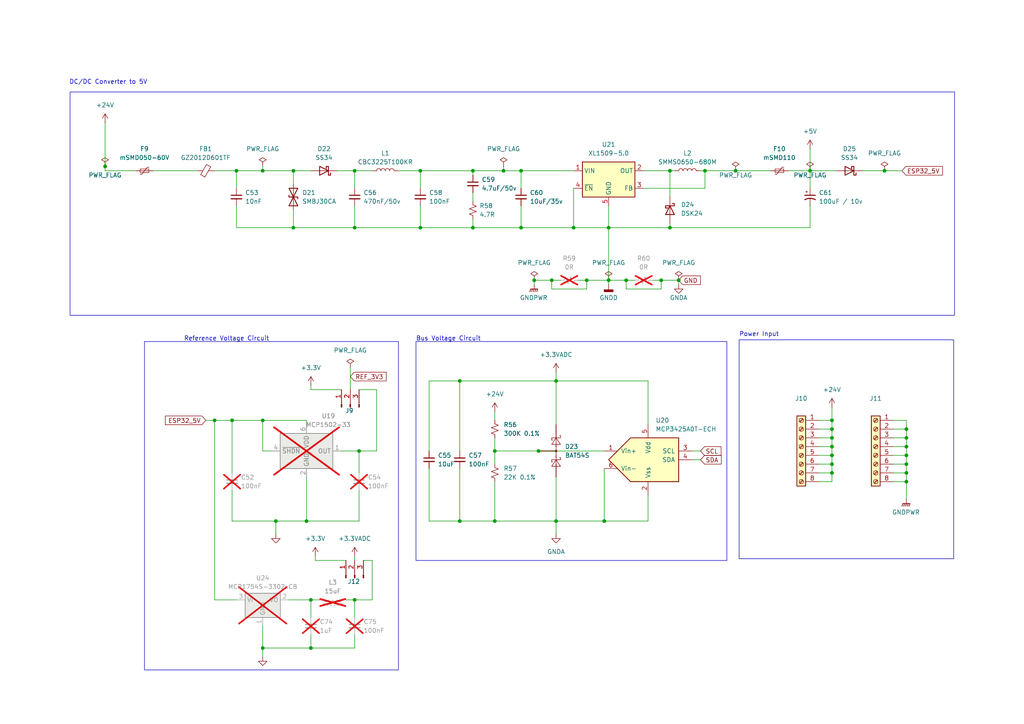
<source format=kicad_sch>
(kicad_sch (version 20231120) (generator "eeschema") (generator_version "8.0")
  (paper "A4")
  (title_block (title "FrothFET 8CH") (date "2024-08-21") (rev "D") (company "https://github.com/hoeken/frothfet"))
  (lib_symbols
    (symbol "Analog_ADC:MCP3425A0T-ECH" (pin_names (offset 1.016))
      (property "Reference" "U" (at -10.16 7.62 0))
      (property "Value" "MCP3425A0T-ECH" (at 2.54 7.62 0))
      (symbol "MCP3425A0T-ECH_0_1"
        (polyline (pts (xy -5.08 6.35) (xy 8.89 6.35) (xy 8.89 0) (xy 8.89 -6.35) (xy -5.08 -6.35) (xy -11.43 0) (xy -5.08 6.35)) (stroke (width 0.254)) (fill (type background)))
      )
      (symbol "MCP3425A0T-ECH_1_1"
        (pin passive line (at -12.7 2.54 0) (length 3.81) (name "Vin+") (number "1"))
        (pin power_in line (at 0 -10.16 90) (length 3.81) (name "Vss") (number "2"))
        (pin input line (at 12.7 2.54 180) (length 3.81) (name "SCL") (number "3"))
        (pin bidirectional line (at 12.7 0 180) (length 3.81) (name "SDA") (number "4"))
        (pin power_in line (at 0 10.16 270) (length 3.81) (name "Vdd") (number "5"))
        (pin passive line (at -12.7 -2.54 0) (length 3.81) (name "Vin-") (number "6"))
      )
    )
    (symbol "Connector:Conn_01x03_Pin" (pin_names (offset 1.016) hide)
      (property "Reference" "J" (at 0 5.08 0))
      (property "Value" "Conn_01x03_Pin" (at 0 -5.08 0))
      (symbol "Conn_01x03_Pin_1_1"
        (polyline (pts (xy 1.27 -2.54) (xy 0.8636 -2.54)) (stroke (width 0.1524)))
        (polyline (pts (xy 1.27 0) (xy 0.8636 0)) (stroke (width 0.1524)))
        (polyline (pts (xy 1.27 2.54) (xy 0.8636 2.54)) (stroke (width 0.1524)))
        (rectangle (start 0.8636 -2.413) (end 0 -2.667) (stroke (width 0.1524)) (fill (type outline)))
        (rectangle (start 0.8636 0.127) (end 0 -0.127) (stroke (width 0.1524)) (fill (type outline)))
        (rectangle (start 0.8636 2.667) (end 0 2.413) (stroke (width 0.1524)) (fill (type outline)))
        (pin passive line (at 5.08 2.54 180) (length 3.81) (name "Pin_1") (number "1"))
        (pin passive line (at 5.08 0 180) (length 3.81) (name "Pin_2") (number "2"))
        (pin passive line (at 5.08 -2.54 180) (length 3.81) (name "Pin_3") (number "3"))
      )
    )
    (symbol "Connector:Screw_Terminal_01x08" (pin_names (offset 1.016) hide)
      (property "Reference" "J" (at 0 10.16 0))
      (property "Value" "Screw_Terminal_01x08" (at 0 -12.7 0))
      (symbol "Screw_Terminal_01x08_1_1"
        (rectangle (start -1.27 8.89) (end 1.27 -11.43) (stroke (width 0.254)) (fill (type background)))
        (circle (center 0 -10.16) (radius 0.635) (stroke (width 0.1524)))
        (circle (center 0 -7.62) (radius 0.635) (stroke (width 0.1524)))
        (circle (center 0 -5.08) (radius 0.635) (stroke (width 0.1524)))
        (circle (center 0 -2.54) (radius 0.635) (stroke (width 0.1524)))
        (polyline (pts (xy -0.5334 -9.8298) (xy 0.3302 -10.668)) (stroke (width 0.1524)))
        (polyline (pts (xy -0.5334 -7.2898) (xy 0.3302 -8.128)) (stroke (width 0.1524)))
        (polyline (pts (xy -0.5334 -4.7498) (xy 0.3302 -5.588)) (stroke (width 0.1524)))
        (polyline (pts (xy -0.5334 -2.2098) (xy 0.3302 -3.048)) (stroke (width 0.1524)))
        (polyline (pts (xy -0.5334 0.3302) (xy 0.3302 -0.508)) (stroke (width 0.1524)))
        (polyline (pts (xy -0.5334 2.8702) (xy 0.3302 2.032)) (stroke (width 0.1524)))
        (polyline (pts (xy -0.5334 5.4102) (xy 0.3302 4.572)) (stroke (width 0.1524)))
        (polyline (pts (xy -0.5334 7.9502) (xy 0.3302 7.112)) (stroke (width 0.1524)))
        (polyline (pts (xy -0.3556 -9.652) (xy 0.508 -10.4902)) (stroke (width 0.1524)))
        (polyline (pts (xy -0.3556 -7.112) (xy 0.508 -7.9502)) (stroke (width 0.1524)))
        (polyline (pts (xy -0.3556 -4.572) (xy 0.508 -5.4102)) (stroke (width 0.1524)))
        (polyline (pts (xy -0.3556 -2.032) (xy 0.508 -2.8702)) (stroke (width 0.1524)))
        (polyline (pts (xy -0.3556 0.508) (xy 0.508 -0.3302)) (stroke (width 0.1524)))
        (polyline (pts (xy -0.3556 3.048) (xy 0.508 2.2098)) (stroke (width 0.1524)))
        (polyline (pts (xy -0.3556 5.588) (xy 0.508 4.7498)) (stroke (width 0.1524)))
        (polyline (pts (xy -0.3556 8.128) (xy 0.508 7.2898)) (stroke (width 0.1524)))
        (circle (center 0 0) (radius 0.635) (stroke (width 0.1524)))
        (circle (center 0 2.54) (radius 0.635) (stroke (width 0.1524)))
        (circle (center 0 5.08) (radius 0.635) (stroke (width 0.1524)))
        (circle (center 0 7.62) (radius 0.635) (stroke (width 0.1524)))
        (pin passive line (at -5.08 7.62 0) (length 3.81) (name "Pin_1") (number "1"))
        (pin passive line (at -5.08 5.08 0) (length 3.81) (name "Pin_2") (number "2"))
        (pin passive line (at -5.08 2.54 0) (length 3.81) (name "Pin_3") (number "3"))
        (pin passive line (at -5.08 0 0) (length 3.81) (name "Pin_4") (number "4"))
        (pin passive line (at -5.08 -2.54 0) (length 3.81) (name "Pin_5") (number "5"))
        (pin passive line (at -5.08 -5.08 0) (length 3.81) (name "Pin_6") (number "6"))
        (pin passive line (at -5.08 -7.62 0) (length 3.81) (name "Pin_7") (number "7"))
        (pin passive line (at -5.08 -10.16 0) (length 3.81) (name "Pin_8") (number "8"))
      )
    )
    (symbol "Device:C_Polarized_Small_US" (pin_numbers hide) (pin_names (offset 0.254) hide)
      (property "Reference" "C" (at 0.254 1.778 0))
      (property "Value" "C_Polarized_Small_US" (at 0.254 -2.032 0))
      (symbol "C_Polarized_Small_US_0_1"
        (polyline (pts (xy -1.524 0.508) (xy 1.524 0.508)) (stroke (width 0.3048)))
        (polyline (pts (xy -1.27 1.524) (xy -0.762 1.524)))
        (polyline (pts (xy -1.016 1.27) (xy -1.016 1.778)))
        (arc (start 1.524 -0.762) (mid 0 -0.3734) (end -1.524 -0.762) (stroke (width 0.3048)))
      )
      (symbol "C_Polarized_Small_US_1_1"
        (pin passive line (at 0 2.54 270) (length 2.032) (name "~") (number "1"))
        (pin passive line (at 0 -2.54 90) (length 2.032) (name "~") (number "2"))
      )
    )
    (symbol "Device:C_Small" (pin_numbers hide) (pin_names (offset 0.254) hide)
      (property "Reference" "C" (at 0.254 1.778 0))
      (property "Value" "C_Small" (at 0.254 -2.032 0))
      (symbol "C_Small_0_1"
        (polyline (pts (xy -1.524 -0.508) (xy 1.524 -0.508)) (stroke (width 0.3302)))
        (polyline (pts (xy -1.524 0.508) (xy 1.524 0.508)) (stroke (width 0.3048)))
      )
      (symbol "C_Small_1_1"
        (pin passive line (at 0 2.54 270) (length 2.032) (name "~") (number "1"))
        (pin passive line (at 0 -2.54 90) (length 2.032) (name "~") (number "2"))
      )
    )
    (symbol "Device:D_Schottky" (pin_numbers hide) (pin_names (offset 1.016) hide)
      (property "Reference" "D" (at 0 2.54 0))
      (property "Value" "D_Schottky" (at 0 -2.54 0))
      (symbol "D_Schottky_0_1"
        (polyline (pts (xy 1.27 0) (xy -1.27 0)))
        (polyline (pts (xy 1.27 1.27) (xy 1.27 -1.27) (xy -1.27 0) (xy 1.27 1.27)) (stroke (width 0.254)))
        (polyline (pts (xy -1.905 0.635) (xy -1.905 1.27) (xy -1.27 1.27) (xy -1.27 -1.27) (xy -0.635 -1.27) (xy -0.635 -0.635)) (stroke (width 0.254)))
      )
      (symbol "D_Schottky_1_1"
        (pin passive line (at -3.81 0 0) (length 2.54) (name "K") (number "1"))
        (pin passive line (at 3.81 0 180) (length 2.54) (name "A") (number "2"))
      )
    )
    (symbol "Device:D_TVS" (pin_numbers hide) (pin_names (offset 1.016) hide)
      (property "Reference" "D" (at 0 2.54 0))
      (property "Value" "D_TVS" (at 0 -2.54 0))
      (symbol "D_TVS_0_1"
        (polyline (pts (xy 1.27 0) (xy -1.27 0)))
        (polyline (pts (xy 0.508 1.27) (xy 0 1.27) (xy 0 -1.27) (xy -0.508 -1.27)) (stroke (width 0.254)))
        (polyline (pts (xy -2.54 1.27) (xy -2.54 -1.27) (xy 2.54 1.27) (xy 2.54 -1.27) (xy -2.54 1.27)) (stroke (width 0.254)))
      )
      (symbol "D_TVS_1_1"
        (pin passive line (at -3.81 0 0) (length 2.54) (name "A1") (number "1"))
        (pin passive line (at 3.81 0 180) (length 2.54) (name "A2") (number "2"))
      )
    )
    (symbol "Device:FerriteBead_Small" (pin_numbers hide) (pin_names (offset 0))
      (property "Reference" "FB" (at 1.905 1.27 0))
      (property "Value" "FerriteBead_Small" (at 1.905 -1.27 0))
      (symbol "FerriteBead_Small_0_1"
        (polyline (pts (xy 0 -1.27) (xy 0 -0.7874)))
        (polyline (pts (xy 0 0.889) (xy 0 1.2954)))
        (polyline (pts (xy -1.8288 0.2794) (xy -1.1176 1.4986) (xy 1.8288 -0.2032) (xy 1.1176 -1.4224) (xy -1.8288 0.2794)))
      )
      (symbol "FerriteBead_Small_1_1"
        (pin passive line (at 0 2.54 270) (length 1.27) (name "~") (number "1"))
        (pin passive line (at 0 -2.54 90) (length 1.27) (name "~") (number "2"))
      )
    )
    (symbol "Device:L" (pin_numbers hide) (pin_names (offset 1.016) hide)
      (property "Reference" "L" (at -1.27 0 90))
      (property "Value" "L" (at 1.905 0 90))
      (symbol "L_0_1"
        (arc (start 0 -2.54) (mid 0.6323 -1.905) (end 0 -1.27))
        (arc (start 0 -1.27) (mid 0.6323 -0.635) (end 0 0))
        (arc (start 0 0) (mid 0.6323 0.635) (end 0 1.27))
        (arc (start 0 1.27) (mid 0.6323 1.905) (end 0 2.54))
      )
      (symbol "L_1_1"
        (pin passive line (at 0 3.81 270) (length 1.27) (name "1") (number "1"))
        (pin passive line (at 0 -3.81 90) (length 1.27) (name "2") (number "2"))
      )
    )
    (symbol "Device:L_Ferrite" (pin_numbers hide) (pin_names (offset 1.016) hide)
      (property "Reference" "L" (at -1.27 0 90))
      (property "Value" "L_Ferrite" (at 2.794 0 90))
      (symbol "L_Ferrite_0_1"
        (arc (start 0 -2.54) (mid 0.6323 -1.905) (end 0 -1.27))
        (arc (start 0 -1.27) (mid 0.6323 -0.635) (end 0 0))
        (polyline (pts (xy 1.016 -2.794) (xy 1.016 -2.286)))
        (polyline (pts (xy 1.016 -1.778) (xy 1.016 -1.27)))
        (polyline (pts (xy 1.016 -0.762) (xy 1.016 -0.254)))
        (polyline (pts (xy 1.016 0.254) (xy 1.016 0.762)))
        (polyline (pts (xy 1.016 1.27) (xy 1.016 1.778)))
        (polyline (pts (xy 1.016 2.286) (xy 1.016 2.794)))
        (polyline (pts (xy 1.524 -2.286) (xy 1.524 -2.794)))
        (polyline (pts (xy 1.524 -1.27) (xy 1.524 -1.778)))
        (polyline (pts (xy 1.524 -0.254) (xy 1.524 -0.762)))
        (polyline (pts (xy 1.524 0.762) (xy 1.524 0.254)))
        (polyline (pts (xy 1.524 1.778) (xy 1.524 1.27)))
        (polyline (pts (xy 1.524 2.794) (xy 1.524 2.286)))
        (arc (start 0 0) (mid 0.6323 0.635) (end 0 1.27))
        (arc (start 0 1.27) (mid 0.6323 1.905) (end 0 2.54))
      )
      (symbol "L_Ferrite_1_1"
        (pin passive line (at 0 3.81 270) (length 1.27) (name "1") (number "1"))
        (pin passive line (at 0 -3.81 90) (length 1.27) (name "2") (number "2"))
      )
    )
    (symbol "Device:Polyfuse_Small" (pin_numbers hide) (pin_names (offset 0))
      (property "Reference" "F" (at -1.905 0 90))
      (property "Value" "Polyfuse_Small" (at 1.905 0 90))
      (symbol "Polyfuse_Small_0_1"
        (rectangle (start -0.508 1.27) (end 0.508 -1.27))
        (polyline (pts (xy 0 2.54) (xy 0 -2.54)))
        (polyline (pts (xy -1.016 1.27) (xy -1.016 0.762) (xy 1.016 -0.762) (xy 1.016 -1.27)))
      )
      (symbol "Polyfuse_Small_1_1"
        (pin passive line (at 0 2.54 270) (length 0.635) (name "~") (number "1"))
        (pin passive line (at 0 -2.54 90) (length 0.635) (name "~") (number "2"))
      )
    )
    (symbol "Device:R_Small_US" (pin_numbers hide) (pin_names (offset 0.254) hide)
      (property "Reference" "R" (at 0.762 0.508 0))
      (property "Value" "R_Small_US" (at 0.762 -1.016 0))
      (symbol "R_Small_US_1_1"
        (polyline (pts (xy 0 0) (xy 1.016 -0.381) (xy 0 -0.762) (xy -1.016 -1.143) (xy 0 -1.524)))
        (polyline (pts (xy 0 1.524) (xy 1.016 1.143) (xy 0 0.762) (xy -1.016 0.381) (xy 0 0)))
        (pin passive line (at 0 2.54 270) (length 1.016) (name "~") (number "1"))
        (pin passive line (at 0 -2.54 90) (length 1.016) (name "~") (number "2"))
      )
    )
    (symbol "Diode:BAT54S" (pin_numbers hide) (pin_names (offset 0) hide)
      (property "Reference" "D" (at 2.54 -5.08 0))
      (property "Value" "BAT54S" (at -6.35 3.175 0))
      (symbol "BAT54S_0_1"
        (polyline (pts (xy -3.81 0) (xy -1.27 0)))
        (polyline (pts (xy -3.175 -1.27) (xy -3.175 -1.016)))
        (polyline (pts (xy -2.54 -1.27) (xy -3.175 -1.27)))
        (polyline (pts (xy -2.54 -1.27) (xy -2.54 1.27)))
        (polyline (pts (xy -2.54 1.27) (xy -1.905 1.27)))
        (polyline (pts (xy -1.905 0) (xy 1.905 0)))
        (polyline (pts (xy -1.905 1.27) (xy -1.905 1.016)))
        (polyline (pts (xy 1.27 0) (xy 3.81 0)))
        (polyline (pts (xy 3.175 -1.27) (xy 3.175 -1.016)))
        (polyline (pts (xy 3.81 -1.27) (xy 3.175 -1.27)))
        (polyline (pts (xy 3.81 -1.27) (xy 3.81 1.27)))
        (polyline (pts (xy 3.81 1.27) (xy 4.445 1.27)))
        (polyline (pts (xy 4.445 1.27) (xy 4.445 1.016)))
        (polyline (pts (xy -4.445 1.27) (xy -4.445 -1.27) (xy -2.54 0) (xy -4.445 1.27)))
        (polyline (pts (xy 1.905 1.27) (xy 1.905 -1.27) (xy 3.81 0) (xy 1.905 1.27)))
        (circle (center 0 0) (radius 0.254) (fill (type outline)))
      )
      (symbol "BAT54S_1_1"
        (pin passive line (at -7.62 0 0) (length 3.81) (name "A") (number "1"))
        (pin passive line (at 7.62 0 180) (length 3.81) (name "K") (number "2"))
        (pin passive line (at 0 -5.08 90) (length 5.08) (name "COM") (number "3"))
      )
    )
    (symbol "Reference_Voltage:MCP1501-30xCH"
      (property "Reference" "U" (at -6.35 6.35 0))
      (property "Value" "MCP1501-30xCH" (at 10.16 6.35 0))
      (symbol "MCP1501-30xCH_0_0"
        (pin power_out line (at 10.16 0 180) (length 2.54) (name "OUT") (number "1"))
        (pin power_in line (at 0 -7.62 90) (length 2.54) (name "GND") (number "2"))
        (pin passive line (at 0 -7.62 90) (length 2.54) hide (name "GND") (number "3"))
        (pin input line (at -10.16 0 0) (length 2.54) (name "~{SHDN}") (number "4"))
        (pin passive line (at 0 -7.62 90) (length 2.54) hide (name "GND") (number "5"))
        (pin power_in line (at 0 7.62 270) (length 2.54) (name "VDD") (number "6"))
      )
      (symbol "MCP1501-30xCH_0_1"
        (rectangle (start -7.62 5.08) (end 7.62 -5.08) (stroke (width 0.254)) (fill (type background)))
      )
    )
    (symbol "Regulator_Linear:MCP1754S-3302xCB"
      (property "Reference" "U" (at -3.81 3.175 0))
      (property "Value" "MCP1754S-3302xCB" (at -0.635 3.175 0))
      (symbol "MCP1754S-3302xCB_0_1"
        (rectangle (start -5.08 -5.08) (end 5.08 1.905) (stroke (width 0.254)) (fill (type background)))
      )
      (symbol "MCP1754S-3302xCB_1_1"
        (pin power_in line (at 0 -7.62 90) (length 2.54) (name "GND") (number "1"))
        (pin power_out line (at 7.62 0 180) (length 2.54) (name "VO") (number "2"))
        (pin power_in line (at -7.62 0 0) (length 2.54) (name "VI") (number "3"))
      )
    )
    (symbol "Regulator_Switching:XL1509-5.0"
      (property "Reference" "U" (at -7.112 6.096 0))
      (property "Value" "XL1509-5.0" (at 5.842 6.096 0))
      (symbol "XL1509-5.0_0_1"
        (rectangle (start -7.62 5.08) (end 7.62 -5.08) (stroke (width 0.254)) (fill (type background)))
      )
      (symbol "XL1509-5.0_1_1"
        (pin power_in line (at -10.16 2.54 0) (length 2.54) (name "VIN") (number "1"))
        (pin power_out line (at 10.16 2.54 180) (length 2.54) (name "OUT") (number "2"))
        (pin input line (at 10.16 -2.54 180) (length 2.54) (name "FB") (number "3"))
        (pin input line (at -10.16 -2.54 0) (length 2.54) (name "~{EN}") (number "4"))
        (pin power_in line (at 0 -7.62 90) (length 2.54) (name "GND") (number "5"))
        (pin passive line (at 0 -7.62 90) (length 2.54) hide (name "GND") (number "6"))
        (pin passive line (at 0 -7.62 90) (length 2.54) hide (name "GND") (number "7"))
        (pin passive line (at 0 -7.62 90) (length 2.54) hide (name "GND") (number "8"))
      )
    )
    (symbol "power:+24V" (power) (pin_numbers hide) (pin_names (offset 0) hide)
      (property "Value" "+24V" (at 0 3.556 0))
      (symbol "+24V_0_1"
        (polyline (pts (xy -0.762 1.27) (xy 0 2.54)))
        (polyline (pts (xy 0 0) (xy 0 2.54)))
        (polyline (pts (xy 0 2.54) (xy 0.762 1.27)))
      )
      (symbol "+24V_1_1"
        (pin power_in line (at 0 0 90) (length 0) (name "~") (number "1"))
      )
    )
    (symbol "power:+3.3V" (power) (pin_numbers hide) (pin_names (offset 0) hide)
      (property "Value" "+3.3V" (at 0 3.556 0))
      (symbol "+3.3V_0_1"
        (polyline (pts (xy -0.762 1.27) (xy 0 2.54)))
        (polyline (pts (xy 0 0) (xy 0 2.54)))
        (polyline (pts (xy 0 2.54) (xy 0.762 1.27)))
      )
      (symbol "+3.3V_1_1"
        (pin power_in line (at 0 0 90) (length 0) (name "~") (number "1"))
      )
    )
    (symbol "power:+3.3VADC" (power) (pin_numbers hide) (pin_names (offset 0) hide)
      (property "Value" "+3.3VADC" (at 0 3.556 0))
      (symbol "+3.3VADC_0_0"
        (pin power_in line (at 0 0 90) (length 0) (name "~") (number "1"))
      )
      (symbol "+3.3VADC_0_1"
        (polyline (pts (xy -0.762 1.27) (xy 0 2.54)))
        (polyline (pts (xy 0 0) (xy 0 2.54)))
        (polyline (pts (xy 0 2.54) (xy 0.762 1.27)))
      )
    )
    (symbol "power:+5V" (power) (pin_numbers hide) (pin_names (offset 0) hide)
      (property "Value" "+5V" (at 0 3.556 0))
      (symbol "+5V_0_1"
        (polyline (pts (xy -0.762 1.27) (xy 0 2.54)))
        (polyline (pts (xy 0 0) (xy 0 2.54)))
        (polyline (pts (xy 0 2.54) (xy 0.762 1.27)))
      )
      (symbol "+5V_1_1"
        (pin power_in line (at 0 0 90) (length 0) (name "~") (number "1"))
      )
    )
    (symbol "power:GNDA" (power) (pin_numbers hide) (pin_names (offset 0) hide)
      (property "Value" "GNDA" (at 0 -3.81 0))
      (symbol "GNDA_0_1"
        (polyline (pts (xy 0 0) (xy 0 -1.27) (xy 1.27 -1.27) (xy 0 -2.54) (xy -1.27 -1.27) (xy 0 -1.27)))
      )
      (symbol "GNDA_1_1"
        (pin power_in line (at 0 0 270) (length 0) (name "~") (number "1"))
      )
    )
    (symbol "power:GNDD" (power) (pin_numbers hide) (pin_names (offset 0) hide)
      (property "Value" "GNDD" (at 0 -3.175 0))
      (symbol "GNDD_0_1"
        (rectangle (start -1.27 -1.524) (end 1.27 -2.032) (stroke (width 0.254)) (fill (type outline)))
        (polyline (pts (xy 0 0) (xy 0 -1.524)))
      )
      (symbol "GNDD_1_1"
        (pin power_in line (at 0 0 270) (length 0) (name "~") (number "1"))
      )
    )
    (symbol "power:GNDPWR" (power) (pin_numbers hide) (pin_names (offset 0) hide)
      (property "Value" "GNDPWR" (at 0 -3.302 0))
      (symbol "GNDPWR_0_1"
        (polyline (pts (xy 0 -1.27) (xy 0 0)))
        (polyline (pts (xy -1.016 -1.27) (xy -1.27 -2.032) (xy -1.27 -2.032)) (stroke (width 0.2032)))
        (polyline (pts (xy -0.508 -1.27) (xy -0.762 -2.032) (xy -0.762 -2.032)) (stroke (width 0.2032)))
        (polyline (pts (xy 0 -1.27) (xy -0.254 -2.032) (xy -0.254 -2.032)) (stroke (width 0.2032)))
        (polyline (pts (xy 0.508 -1.27) (xy 0.254 -2.032) (xy 0.254 -2.032)) (stroke (width 0.2032)))
        (polyline (pts (xy 1.016 -1.27) (xy -1.016 -1.27) (xy -1.016 -1.27)) (stroke (width 0.2032)))
        (polyline (pts (xy 1.016 -1.27) (xy 0.762 -2.032) (xy 0.762 -2.032) (xy 0.762 -2.032)) (stroke (width 0.2032)))
      )
      (symbol "GNDPWR_1_1"
        (pin power_in line (at 0 0 270) (length 0) (name "~") (number "1"))
      )
    )
    (symbol "power:PWR_FLAG" (power) (pin_numbers hide) (pin_names (offset 0) hide)
      (property "Value" "PWR_FLAG" (at 0 3.81 0))
      (symbol "PWR_FLAG_0_0"
        (pin power_out line (at 0 0 90) (length 0) (name "~") (number "1"))
      )
      (symbol "PWR_FLAG_0_1"
        (polyline (pts (xy 0 0) (xy 0 1.27) (xy -1.016 1.905) (xy 0 2.54) (xy 1.016 1.905) (xy 0 1.27)))
      )
    )
  )
  (junction (at 176.53 81.28))
  (junction (at 90.17 173.99))
  (junction (at 88.9 151.13))
  (junction (at 262.89 127))
  (junction (at 194.31 66.04))
  (junction (at 68.58 49.53))
  (junction (at 151.13 49.53))
  (junction (at 241.3 121.92))
  (junction (at 176.53 66.04))
  (junction (at 161.29 110.49))
  (junction (at 62.23 121.92))
  (junction (at 262.89 134.62))
  (junction (at 143.51 151.13))
  (junction (at 137.16 49.53))
  (junction (at 262.89 129.54))
  (junction (at 262.89 139.7))
  (junction (at 121.92 49.53))
  (junction (at 262.89 137.16))
  (junction (at 234.95 49.53))
  (junction (at 191.77 81.28))
  (junction (at 175.26 151.13))
  (junction (at 241.3 137.16))
  (junction (at 76.2 187.96))
  (junction (at 194.31 49.53))
  (junction (at 154.94 81.28))
  (junction (at 181.61 81.28))
  (junction (at 104.14 130.81))
  (junction (at 262.89 132.08))
  (junction (at 151.13 66.04))
  (junction (at 76.2 121.92))
  (junction (at 90.17 187.96))
  (junction (at 30.48 48.26))
  (junction (at 121.92 66.04))
  (junction (at 102.87 173.99))
  (junction (at 156.21 130.81))
  (junction (at 85.09 49.53))
  (junction (at 143.51 130.81))
  (junction (at 204.47 49.53))
  (junction (at 102.87 66.04))
  (junction (at 133.35 110.49))
  (junction (at 160.02 81.28))
  (junction (at 67.31 121.92))
  (junction (at 241.3 127))
  (junction (at 256.54 49.53))
  (junction (at 196.85 81.28))
  (junction (at 213.36 49.53))
  (junction (at 241.3 124.46))
  (junction (at 241.3 134.62))
  (junction (at 102.87 49.53))
  (junction (at 80.01 151.13))
  (junction (at 161.29 151.13))
  (junction (at 76.2 49.53))
  (junction (at 137.16 66.04))
  (junction (at 146.05 49.53))
  (junction (at 262.89 124.46))
  (junction (at 241.3 129.54))
  (junction (at 170.18 81.28))
  (junction (at 241.3 132.08))
  (junction (at 133.35 151.13))
  (junction (at 85.09 66.04))
  (junction (at 166.37 66.04))
  (wire (pts (xy 137.16 66.04) (xy 151.13 66.04)))
  (wire (pts (xy 137.16 63.5) (xy 137.16 66.04)))
  (wire (pts (xy 133.35 151.13) (xy 143.51 151.13)))
  (wire (pts (xy 241.3 121.92) (xy 241.3 124.46)))
  (wire (pts (xy 181.61 81.28) (xy 184.15 81.28)))
  (wire (pts (xy 67.31 151.13) (xy 80.01 151.13)))
  (wire (pts (xy 146.05 48.26) (xy 146.05 49.53)))
  (wire (pts (xy 143.51 151.13) (xy 161.29 151.13)))
  (wire (pts (xy 68.58 59.69) (xy 68.58 66.04)))
  (wire (pts (xy 137.16 49.53) (xy 146.05 49.53)))
  (wire (pts (xy 109.22 113.03) (xy 109.22 130.81)))
  (wire (pts (xy 170.18 81.28) (xy 170.18 83.82)))
  (wire (pts (xy 85.09 49.53) (xy 90.17 49.53)))
  (wire (pts (xy 88.9 121.92) (xy 76.2 121.92)))
  (wire (pts (xy 161.29 110.49) (xy 187.96 110.49)))
  (wire (pts (xy 262.89 139.7) (xy 262.89 144.78)))
  (wire (pts (xy 121.92 66.04) (xy 137.16 66.04)))
  (wire (pts (xy 262.89 129.54) (xy 262.89 127)))
  (wire (pts (xy 83.82 173.99) (xy 90.17 173.99)))
  (wire (pts (xy 259.08 124.46) (xy 262.89 124.46)))
  (wire (pts (xy 241.3 132.08) (xy 241.3 134.62)))
  (wire (pts (xy 76.2 181.61) (xy 76.2 187.96)))
  (wire (pts (xy 200.66 130.81) (xy 203.2 130.81)))
  (wire (pts (xy 101.6 106.68) (xy 101.6 113.03)))
  (wire (pts (xy 237.49 121.92) (xy 241.3 121.92)))
  (wire (pts (xy 137.16 49.53) (xy 137.16 50.8)))
  (wire (pts (xy 170.18 83.82) (xy 160.02 83.82)))
  (wire (pts (xy 62.23 49.53) (xy 68.58 49.53)))
  (wire (pts (xy 191.77 81.28) (xy 191.77 83.82)))
  (wire (pts (xy 124.46 135.89) (xy 124.46 151.13)))
  (wire (pts (xy 237.49 137.16) (xy 241.3 137.16)))
  (wire (pts (xy 259.08 137.16) (xy 262.89 137.16)))
  (wire (pts (xy 156.21 130.81) (xy 175.26 130.81)))
  (wire (pts (xy 90.17 173.99) (xy 92.71 173.99)))
  (wire (pts (xy 143.51 130.81) (xy 156.21 130.81)))
  (wire (pts (xy 88.9 151.13) (xy 104.14 151.13)))
  (wire (pts (xy 186.69 49.53) (xy 194.31 49.53)))
  (wire (pts (xy 90.17 113.03) (xy 90.17 111.76)))
  (wire (pts (xy 115.57 49.53) (xy 121.92 49.53)))
  (wire (pts (xy 90.17 187.96) (xy 76.2 187.96)))
  (wire (pts (xy 262.89 124.46) (xy 262.89 121.92)))
  (wire (pts (xy 102.87 49.53) (xy 107.95 49.53)))
  (wire (pts (xy 151.13 66.04) (xy 166.37 66.04)))
  (wire (pts (xy 143.51 130.81) (xy 143.51 134.62)))
  (wire (pts (xy 105.41 162.56) (xy 107.95 162.56)))
  (wire (pts (xy 67.31 121.92) (xy 67.31 137.16)))
  (wire (pts (xy 133.35 110.49) (xy 133.35 130.81)))
  (wire (pts (xy 124.46 110.49) (xy 124.46 130.81)))
  (wire (pts (xy 121.92 49.53) (xy 121.92 54.61)))
  (wire (pts (xy 175.26 151.13) (xy 187.96 151.13)))
  (wire (pts (xy 102.87 161.29) (xy 102.87 162.56)))
  (wire (pts (xy 262.89 134.62) (xy 262.89 132.08)))
  (wire (pts (xy 76.2 187.96) (xy 76.2 190.5)))
  (wire (pts (xy 259.08 132.08) (xy 262.89 132.08)))
  (wire (pts (xy 176.53 66.04) (xy 194.31 66.04)))
  (wire (pts (xy 259.08 129.54) (xy 262.89 129.54)))
  (wire (pts (xy 166.37 66.04) (xy 176.53 66.04)))
  (wire (pts (xy 146.05 49.53) (xy 151.13 49.53)))
  (wire (pts (xy 250.19 49.53) (xy 256.54 49.53)))
  (wire (pts (xy 241.3 129.54) (xy 241.3 132.08)))
  (wire (pts (xy 68.58 49.53) (xy 76.2 49.53)))
  (wire (pts (xy 259.08 139.7) (xy 262.89 139.7)))
  (wire (pts (xy 151.13 59.69) (xy 151.13 66.04)))
  (wire (pts (xy 62.23 173.99) (xy 68.58 173.99)))
  (wire (pts (xy 67.31 121.92) (xy 62.23 121.92)))
  (wire (pts (xy 161.29 151.13) (xy 161.29 154.94)))
  (wire (pts (xy 80.01 151.13) (xy 88.9 151.13)))
  (wire (pts (xy 121.92 49.53) (xy 137.16 49.53)))
  (wire (pts (xy 194.31 49.53) (xy 194.31 57.15)))
  (wire (pts (xy 204.47 49.53) (xy 204.47 54.61)))
  (wire (pts (xy 187.96 110.49) (xy 187.96 123.19)))
  (wire (pts (xy 187.96 151.13) (xy 187.96 143.51)))
  (wire (pts (xy 237.49 134.62) (xy 241.3 134.62)))
  (wire (pts (xy 181.61 83.82) (xy 181.61 81.28)))
  (wire (pts (xy 107.95 162.56) (xy 107.95 173.99)))
  (wire (pts (xy 133.35 135.89) (xy 133.35 151.13)))
  (wire (pts (xy 259.08 134.62) (xy 262.89 134.62)))
  (wire (pts (xy 85.09 60.96) (xy 85.09 66.04)))
  (wire (pts (xy 256.54 49.53) (xy 261.62 49.53)))
  (wire (pts (xy 160.02 83.82) (xy 160.02 81.28)))
  (wire (pts (xy 167.64 81.28) (xy 170.18 81.28)))
  (wire (pts (xy 262.89 121.92) (xy 259.08 121.92)))
  (wire (pts (xy 161.29 107.95) (xy 161.29 110.49)))
  (wire (pts (xy 228.6 49.53) (xy 234.95 49.53)))
  (wire (pts (xy 161.29 138.43) (xy 161.29 151.13)))
  (wire (pts (xy 30.48 49.53) (xy 39.37 49.53)))
  (wire (pts (xy 204.47 54.61) (xy 186.69 54.61)))
  (wire (pts (xy 30.48 48.26) (xy 30.48 49.53)))
  (wire (pts (xy 234.95 43.18) (xy 234.95 49.53)))
  (wire (pts (xy 68.58 66.04) (xy 85.09 66.04)))
  (wire (pts (xy 99.06 130.81) (xy 104.14 130.81)))
  (wire (pts (xy 241.3 127) (xy 241.3 129.54)))
  (wire (pts (xy 90.17 113.03) (xy 99.06 113.03)))
  (wire (pts (xy 124.46 151.13) (xy 133.35 151.13)))
  (wire (pts (xy 176.53 81.28) (xy 176.53 82.55)))
  (wire (pts (xy 133.35 110.49) (xy 161.29 110.49)))
  (wire (pts (xy 80.01 151.13) (xy 80.01 154.94)))
  (wire (pts (xy 104.14 142.24) (xy 104.14 151.13)))
  (wire (pts (xy 76.2 48.26) (xy 76.2 49.53)))
  (wire (pts (xy 137.16 55.88) (xy 137.16 58.42)))
  (wire (pts (xy 76.2 121.92) (xy 67.31 121.92)))
  (wire (pts (xy 176.53 59.69) (xy 176.53 66.04)))
  (wire (pts (xy 176.53 66.04) (xy 176.53 81.28)))
  (wire (pts (xy 102.87 173.99) (xy 100.33 173.99)))
  (wire (pts (xy 200.66 133.35) (xy 203.2 133.35)))
  (wire (pts (xy 90.17 187.96) (xy 102.87 187.96)))
  (wire (pts (xy 194.31 49.53) (xy 195.58 49.53)))
  (wire (pts (xy 67.31 142.24) (xy 67.31 151.13)))
  (wire (pts (xy 194.31 64.77) (xy 194.31 66.04)))
  (wire (pts (xy 237.49 132.08) (xy 241.3 132.08)))
  (wire (pts (xy 62.23 121.92) (xy 62.23 173.99)))
  (wire (pts (xy 160.02 81.28) (xy 162.56 81.28)))
  (wire (pts (xy 104.14 130.81) (xy 104.14 137.16)))
  (wire (pts (xy 143.51 139.7) (xy 143.51 151.13)))
  (wire (pts (xy 241.3 137.16) (xy 241.3 139.7)))
  (wire (pts (xy 44.45 49.53) (xy 57.15 49.53)))
  (wire (pts (xy 90.17 173.99) (xy 90.17 179.07)))
  (wire (pts (xy 151.13 49.53) (xy 151.13 54.61)))
  (wire (pts (xy 241.3 118.11) (xy 241.3 121.92)))
  (wire (pts (xy 204.47 49.53) (xy 213.36 49.53)))
  (wire (pts (xy 62.23 121.92) (xy 59.69 121.92)))
  (wire (pts (xy 241.3 124.46) (xy 241.3 127)))
  (wire (pts (xy 237.49 139.7) (xy 241.3 139.7)))
  (wire (pts (xy 68.58 49.53) (xy 68.58 54.61)))
  (wire (pts (xy 151.13 49.53) (xy 166.37 49.53)))
  (wire (pts (xy 234.95 49.53) (xy 242.57 49.53)))
  (wire (pts (xy 104.14 130.81) (xy 109.22 130.81)))
  (wire (pts (xy 191.77 81.28) (xy 196.85 81.28)))
  (wire (pts (xy 88.9 138.43) (xy 88.9 151.13)))
  (wire (pts (xy 189.23 81.28) (xy 191.77 81.28)))
  (wire (pts (xy 102.87 66.04) (xy 121.92 66.04)))
  (wire (pts (xy 121.92 59.69) (xy 121.92 66.04)))
  (wire (pts (xy 78.74 130.81) (xy 76.2 130.81)))
  (wire (pts (xy 97.79 49.53) (xy 102.87 49.53)))
  (wire (pts (xy 237.49 129.54) (xy 241.3 129.54)))
  (wire (pts (xy 85.09 66.04) (xy 102.87 66.04)))
  (wire (pts (xy 91.44 162.56) (xy 100.33 162.56)))
  (wire (pts (xy 91.44 162.56) (xy 91.44 161.29)))
  (wire (pts (xy 104.14 113.03) (xy 109.22 113.03)))
  (wire (pts (xy 88.9 121.92) (xy 88.9 123.19)))
  (wire (pts (xy 76.2 121.92) (xy 76.2 130.81)))
  (wire (pts (xy 262.89 132.08) (xy 262.89 129.54)))
  (wire (pts (xy 234.95 59.69) (xy 234.95 66.04)))
  (wire (pts (xy 124.46 110.49) (xy 133.35 110.49)))
  (wire (pts (xy 213.36 49.53) (xy 223.52 49.53)))
  (wire (pts (xy 262.89 127) (xy 262.89 124.46)))
  (wire (pts (xy 196.85 82.55) (xy 196.85 81.28)))
  (wire (pts (xy 102.87 173.99) (xy 107.95 173.99)))
  (wire (pts (xy 76.2 49.53) (xy 85.09 49.53)))
  (wire (pts (xy 90.17 184.15) (xy 90.17 187.96)))
  (wire (pts (xy 259.08 127) (xy 262.89 127)))
  (wire (pts (xy 237.49 124.46) (xy 241.3 124.46)))
  (wire (pts (xy 102.87 187.96) (xy 102.87 184.15)))
  (wire (pts (xy 30.48 48.26) (xy 30.48 35.56)))
  (wire (pts (xy 143.51 119.38) (xy 143.51 121.92)))
  (wire (pts (xy 102.87 59.69) (xy 102.87 66.04)))
  (wire (pts (xy 262.89 137.16) (xy 262.89 134.62)))
  (wire (pts (xy 161.29 110.49) (xy 161.29 123.19)))
  (wire (pts (xy 203.2 49.53) (xy 204.47 49.53)))
  (wire (pts (xy 176.53 81.28) (xy 181.61 81.28)))
  (wire (pts (xy 194.31 66.04) (xy 234.95 66.04)))
  (wire (pts (xy 102.87 173.99) (xy 102.87 179.07)))
  (wire (pts (xy 85.09 49.53) (xy 85.09 53.34)))
  (wire (pts (xy 234.95 49.53) (xy 234.95 54.61)))
  (wire (pts (xy 262.89 139.7) (xy 262.89 137.16)))
  (wire (pts (xy 143.51 127) (xy 143.51 130.81)))
  (wire (pts (xy 154.94 81.28) (xy 154.94 82.55)))
  (wire (pts (xy 102.87 54.61) (xy 102.87 49.53)))
  (wire (pts (xy 154.94 81.28) (xy 160.02 81.28)))
  (wire (pts (xy 241.3 134.62) (xy 241.3 137.16)))
  (wire (pts (xy 191.77 83.82) (xy 181.61 83.82)))
  (wire (pts (xy 166.37 54.61) (xy 166.37 66.04)))
  (wire (pts (xy 161.29 151.13) (xy 175.26 151.13)))
  (wire (pts (xy 237.49 127) (xy 241.3 127)))
  (wire (pts (xy 175.26 135.89) (xy 175.26 151.13)))
  (wire (pts (xy 170.18 81.28) (xy 176.53 81.28)))
  (rectangle (start 20.32 26.67) (end 276.86 91.44))
  (rectangle (start 120.65 99.06) (end 210.82 162.56))
  (rectangle (start 214.376 98.552) (end 276.606 162.052))
  (rectangle (start 41.91 99.06) (end 115.57 194.31))
  (text "Reference Voltage Circuit" (at 53.34 99.06 0) (effects (font (size 1.27 1.27)) (justify left bottom)))
  (text "DC/DC Converter to 5V" (at 20.066 24.638 0) (effects (font (size 1.27 1.27)) (justify left bottom)))
  (text "Power Input" (at 214.376 97.79 0) (effects (font (size 1.27 1.27)) (justify left bottom)))
  (text "Bus Voltage Circuit" (at 120.65 99.06 0) (effects (font (size 1.27 1.27)) (justify left bottom)))
  (global_label "SCL" (shape input) (at 203.2 130.81 0) (property "Intersheetrefs" "${INTERSHEET_REFS}" (effects (hide yes))))
  (global_label "GND" (shape input) (at 196.85 81.28 0) (property "Intersheetrefs" "${INTERSHEET_REFS}" (effects (hide yes))))
  (global_label "SDA" (shape input) (at 203.2 133.35 0) (property "Intersheetrefs" "${INTERSHEET_REFS}" (effects (hide yes))))
  (global_label "ESP32_5V" (shape input) (at 261.62 49.53 0) (property "Intersheetrefs" "${INTERSHEET_REFS}" (effects (hide yes))))
  (global_label "ESP32_5V" (shape input) (at 59.69 121.92 180) (property "Intersheetrefs" "${INTERSHEET_REFS}" (effects (hide yes))))
  (global_label "REF_3V3" (shape input) (at 101.6 109.22 0) (property "Intersheetrefs" "${INTERSHEET_REFS}" (effects (hide yes))))
  (symbol (lib_id "power:+3.3V") (at 91.44 161.29 0) (unit 1)
    (property "Reference" "#PWR082" (effects (hide yes)))
    (property "Value" "+3.3V" (at 91.44 156.21 0))
    (property "Description" "Power symbol creates a global label with name \"+3.3V\"" (effects (hide yes)))
  )
  (symbol (lib_id "Diode:BAT54S") (at 161.29 130.81 270) (mirror x) (unit 1)
    (property "Reference" "D23" (at 163.83 129.54 90) (effects (justify left)))
    (property "Value" "BAT54S" (at 163.83 132.08 90) (effects (justify left)))
    (property "Footprint" "Package_TO_SOT_SMD:SOT-23" (effects (hide yes)))
    (property "Datasheet" "https://www.diodes.com/assets/Datasheets/ds11005.pdf" (effects (hide yes)))
    (property "LCSC" "C727126" (effects (hide yes)))
  )
  (symbol (lib_id "Device:C_Small") (at 151.13 57.15 0) (unit 1)
    (property "Reference" "C60" (at 153.67 55.8863 0) (effects (justify left)))
    (property "Value" "10uF/35v" (at 153.67 58.4263 0) (effects (justify left)))
    (property "Footprint" "Capacitor_SMD:C_1206_3216Metric_Pad1.33x1.80mm_HandSolder" (effects (hide yes)))
    (property "LCSC" "C454102" (effects (hide yes)))
  )
  (symbol (lib_id "Device:C_Small") (at 67.31 139.7 0) (unit 1) (dnp yes)
    (property "Reference" "C52" (at 69.85 138.4363 0) (effects (justify left)))
    (property "Value" "100nF" (at 69.85 140.9763 0) (effects (justify left)))
    (property "Footprint" "Capacitor_SMD:C_0805_2012Metric_Pad1.18x1.45mm_HandSolder" (effects (hide yes)))
    (property "LCSC" "C49678" (effects (hide yes)))
  )
  (symbol (lib_id "power:+3.3V") (at 90.17 111.76 0) (unit 1)
    (property "Reference" "#PWR067" (effects (hide yes)))
    (property "Value" "+3.3V" (at 90.17 106.68 0))
    (property "Description" "Power symbol creates a global label with name \"+3.3V\"" (effects (hide yes)))
  )
  (symbol (lib_id "Device:D_Schottky") (at 194.31 60.96 270) (unit 1)
    (property "Reference" "D24" (at 197.485 59.3725 90) (effects (justify left)))
    (property "Value" "DSK24" (at 197.485 61.9125 90) (effects (justify left)))
    (property "Footprint" "Diode_SMD:D_SOD-123" (effects (hide yes)))
    (property "Mouser" " 610-CMHSH5-2L" (effects (hide yes)))
    (property "LCSC" "C908229" (effects (hide yes)))
  )
  (symbol (lib_id "power:PWR_FLAG") (at 146.05 48.26 0) (unit 1)
    (property "Reference" "#FLG05" (effects (hide yes)))
    (property "Value" "PWR_FLAG" (at 146.05 43.18 0))
    (property "Description" "Special symbol for telling ERC where power comes from" (effects (hide yes)))
  )
  (symbol (lib_id "Device:R_Small_US") (at 165.1 81.28 270) (unit 1) (on_board no) (dnp yes)
    (property "Reference" "R59" (at 165.1 74.93 90))
    (property "Value" "0R" (at 165.1 77.47 90))
    (property "Footprint" "Resistor_SMD:R_0805_2012Metric_Pad1.20x1.40mm_HandSolder" (effects (hide yes)))
  )
  (symbol (lib_id "Connector:Screw_Terminal_01x08") (at 232.41 129.54 0) (mirror y) (unit 1)
    (property "Reference" "J10" (at 232.41 115.57 0))
    (property "Value" "Screw_Terminal_01x08" (effects (hide yes)))
    (property "Footprint" "yarrboard:Busbar Rev D" (effects (hide yes)))
    (property "Description" "Generic screw terminal, single row, 01x08, script generated (kicad-library-utils/schlib/autogen/connector/)" (effects (hide yes)))
  )
  (symbol (lib_id "Device:D_Schottky") (at 246.38 49.53 180) (unit 1)
    (property "Reference" "D25" (at 246.38 43.18 0))
    (property "Value" "SS34" (at 246.38 45.72 0))
    (property "Footprint" "Diode_SMD:D_SMA" (effects (hide yes)))
    (property "Mouser" " 512-SS34 " (effects (hide yes)))
    (property "LCSC" "C8678" (effects (hide yes)))
  )
  (symbol (lib_id "Regulator_Linear:MCP1754S-3302xCB") (at 76.2 173.99 0) (unit 1) (in_bom no) (dnp yes)
    (property "Reference" "U24" (at 76.2 167.64 0))
    (property "Value" "MCP1754S-3302xCB" (at 76.2 170.18 0))
    (property "Footprint" "Package_TO_SOT_SMD:SOT-23" (effects (hide yes)))
    (property "Datasheet" "http://ww1.microchip.com/downloads/en/DeviceDoc/20002276C.pdf" (effects (hide yes)))
    (property "Description" "Fixed 150mA Low Dropout Voltage Regulator, Positive, 3.3V output, SOT-23" (effects (hide yes)))
    (property "Mouser" " 579-MCP1754ST3302EMB " (effects (hide yes)))
  )
  (symbol (lib_id "power:PWR_FLAG") (at 256.54 49.53 0) (unit 1)
    (property "Reference" "#FLG011" (effects (hide yes)))
    (property "Value" "PWR_FLAG" (at 256.54 44.45 0))
    (property "Description" "Special symbol for telling ERC where power comes from" (effects (hide yes)))
  )
  (symbol (lib_id "Device:C_Small") (at 102.87 181.61 0) (unit 1) (dnp yes)
    (property "Reference" "C75" (at 105.41 180.3463 0) (effects (justify left)))
    (property "Value" "100nF" (at 105.41 182.8863 0) (effects (justify left)))
    (property "Footprint" "Capacitor_SMD:C_0805_2012Metric_Pad1.18x1.45mm_HandSolder" (effects (hide yes)))
    (property "LCSC" "C49678" (effects (hide yes)))
  )
  (symbol (lib_id "power:PWR_FLAG") (at 213.36 49.53 0) (unit 1)
    (property "Reference" "#FLG09" (effects (hide yes)))
    (property "Value" "PWR_FLAG" (at 213.36 50.8 0))
    (property "Description" "Special symbol for telling ERC where power comes from" (effects (hide yes)))
  )
  (symbol (lib_id "Device:L") (at 199.39 49.53 90) (unit 1)
    (property "Reference" "L2" (at 199.39 44.45 90))
    (property "Value" "SMMS0650-680M" (at 199.39 46.99 90))
    (property "Footprint" "Inductor_SMD:L_Chilisin_BMRB00060650" (effects (hide yes)))
    (property "LCSC" "C2894721" (effects (hide yes)))
  )
  (symbol (lib_id "power:PWR_FLAG") (at 30.48 48.26 0) (unit 1)
    (property "Reference" "#FLG02" (effects (hide yes)))
    (property "Value" "PWR_FLAG" (at 30.48 50.8 0))
    (property "Description" "Special symbol for telling ERC where power comes from" (effects (hide yes)))
  )
  (symbol (lib_id "Device:C_Small") (at 121.92 57.15 0) (unit 1)
    (property "Reference" "C58" (at 124.46 55.8863 0) (effects (justify left)))
    (property "Value" "100nF" (at 124.46 58.4263 0) (effects (justify left)))
    (property "Footprint" "Capacitor_SMD:C_0805_2012Metric_Pad1.18x1.45mm_HandSolder" (effects (hide yes)))
    (property "LCSC" "C49678" (effects (hide yes)))
  )
  (symbol (lib_id "Device:L") (at 111.76 49.53 90) (unit 1)
    (property "Reference" "L1" (at 111.76 44.45 90))
    (property "Value" "CBC3225T100KR" (at 111.76 46.99 90))
    (property "Footprint" "Inductor_SMD:L_1210_3225Metric" (effects (hide yes)))
    (property "LCSC" "C90321" (effects (hide yes)))
  )
  (symbol (lib_id "power:PWR_FLAG") (at 196.85 81.28 0) (unit 1)
    (property "Reference" "#FLG08" (effects (hide yes)))
    (property "Value" "PWR_FLAG" (at 196.85 76.2 0))
    (property "Description" "Special symbol for telling ERC where power comes from" (effects (hide yes)))
  )
  (symbol (lib_id "power:GNDA") (at 76.2 190.5 0) (unit 1)
    (property "Reference" "#PWR081" (effects (hide yes)))
    (property "Value" "GNDA" (effects (hide yes)))
    (property "Description" "Power symbol creates a global label with name \"GNDA\" , analog ground" (effects (hide yes)))
  )
  (symbol (lib_id "Reference_Voltage:MCP1501-30xCH") (at 88.9 130.81 0) (unit 1) (in_bom no) (dnp yes)
    (property "Reference" "U19" (at 95.25 120.65 0))
    (property "Value" "MCP1502-33" (at 95.25 123.19 0))
    (property "Footprint" "Package_TO_SOT_SMD:SOT-23-6" (effects (hide yes)))
    (property "Datasheet" "http://ww1.microchip.com/downloads/en/DeviceDoc/20005474E.pdf" (effects (hide yes)))
    (property "Mouser" "579-MCP1502T-33E/CHY" (effects (hide yes)))
  )
  (symbol (lib_id "power:+3.3VADC") (at 102.87 161.29 0) (unit 1)
    (property "Reference" "#PWR085" (effects (hide yes)))
    (property "Value" "+3.3VADC" (at 102.87 156.21 0))
    (property "Description" "Power symbol creates a global label with name \"+3.3VADC\"" (effects (hide yes)))
  )
  (symbol (lib_id "Connector:Screw_Terminal_01x08") (at 254 129.54 0) (mirror y) (unit 1)
    (property "Reference" "J11" (at 254 115.57 0))
    (property "Value" "Screw_Terminal_01x08" (effects (hide yes)))
    (property "Footprint" "yarrboard:Busbar Rev D" (effects (hide yes)))
    (property "Description" "Generic screw terminal, single row, 01x08, script generated (kicad-library-utils/schlib/autogen/connector/)" (effects (hide yes)))
  )
  (symbol (lib_id "Device:C_Polarized_Small_US") (at 234.95 57.15 0) (unit 1)
    (property "Reference" "C61" (at 237.49 55.8863 0) (effects (justify left)))
    (property "Value" "100uF / 10v" (at 237.49 58.4263 0) (effects (justify left)))
    (property "Footprint" "Capacitor_Tantalum_SMD:CP_EIA-3528-21_Kemet-B" (effects (hide yes)))
    (property "LCSC" "C90975" (effects (hide yes)))
  )
  (symbol (lib_id "power:PWR_FLAG") (at 154.94 81.28 0) (unit 1)
    (property "Reference" "#FLG06" (effects (hide yes)))
    (property "Value" "PWR_FLAG" (at 154.94 76.2 0))
    (property "Description" "Special symbol for telling ERC where power comes from" (effects (hide yes)))
  )
  (symbol (lib_id "Device:D_TVS") (at 85.09 57.15 90) (unit 1)
    (property "Reference" "D21" (at 87.63 55.88 90) (effects (justify right)))
    (property "Value" "SMBJ30CA" (at 87.63 58.42 90) (effects (justify right)))
    (property "Footprint" "Diode_SMD:D_SMB" (effects (hide yes)))
    (property "LCSC" "C284101" (effects (hide yes)))
  )
  (symbol (lib_id "Connector:Conn_01x03_Pin") (at 101.6 118.11 90) (unit 1)
    (property "Reference" "J9" (at 101.346 119.126 90))
    (property "Value" "Conn_01x03_Pin" (effects (hide yes)))
    (property "Footprint" "Connector_PinHeader_2.54mm:PinHeader_1x03_P2.54mm_Vertical" (effects (hide yes)))
    (property "Description" "Generic connector, single row, 01x03, script generated" (effects (hide yes)))
  )
  (symbol (lib_id "Device:L_Ferrite") (at 96.52 173.99 270) (unit 1) (dnp yes)
    (property "Reference" "L3" (at 96.52 168.91 90))
    (property "Value" "15uF" (at 96.52 171.45 90))
    (property "Footprint" "Inductor_SMD:L_0805_2012Metric_Pad1.05x1.20mm_HandSolder" (effects (hide yes)))
    (property "Description" "Inductor with ferrite core" (effects (hide yes)))
    (property "Mouser" "652-CV201210-150K " (effects (hide yes)))
  )
  (symbol (lib_id "Device:R_Small_US") (at 143.51 124.46 180) (unit 1)
    (property "Reference" "R56" (at 146.05 123.19 0) (effects (justify right)))
    (property "Value" "300K 0.1%" (at 146.05 125.73 0) (effects (justify right)))
    (property "Footprint" "Resistor_SMD:R_0805_2012Metric_Pad1.20x1.40mm_HandSolder" (effects (hide yes)))
    (property "LCSC" "C865386" (effects (hide yes)))
  )
  (symbol (lib_id "Device:FerriteBead_Small") (at 59.69 49.53 90) (unit 1)
    (property "Reference" "FB1" (at 59.6519 43.18 90))
    (property "Value" "GZ2012D601TF" (at 59.6519 45.72 90))
    (property "Footprint" "Inductor_SMD:L_0805_2012Metric" (effects (hide yes)))
    (property "LCSC" "C1017" (effects (hide yes)))
  )
  (symbol (lib_id "Regulator_Switching:XL1509-5.0") (at 176.53 52.07 0) (unit 1)
    (property "Reference" "U21" (at 176.53 41.91 0))
    (property "Value" "XL1509-5.0" (at 176.53 44.45 0))
    (property "Footprint" "Package_SO:SOIC-8_3.9x4.9mm_P1.27mm" (effects (hide yes)))
    (property "Datasheet" "https://datasheet.lcsc.com/lcsc/1809050422_XLSEMI-XL1509-5-0E1_C61063.pdf" (effects (hide yes)))
    (property "LCSC" "C2902368" (effects (hide yes)))
  )
  (symbol (lib_id "Device:C_Small") (at 68.58 57.15 0) (unit 1)
    (property "Reference" "C53" (at 71.12 55.8863 0) (effects (justify left)))
    (property "Value" "10nF" (at 71.12 58.4263 0) (effects (justify left)))
    (property "Footprint" "Capacitor_SMD:C_0805_2012Metric_Pad1.18x1.45mm_HandSolder" (effects (hide yes)))
    (property "LCSC" "C83170" (effects (hide yes)))
  )
  (symbol (lib_id "power:+24V") (at 143.51 119.38 0) (unit 1)
    (property "Reference" "#PWR068" (effects (hide yes)))
    (property "Value" "+24V" (at 143.51 114.3 0))
    (property "Description" "Power symbol creates a global label with name \"+24V\"" (effects (hide yes)))
  )
  (symbol (lib_id "power:GNDA") (at 161.29 154.94 0) (unit 1)
    (property "Reference" "#PWR070" (effects (hide yes)))
    (property "Value" "GNDA" (at 161.29 160.02 0))
    (property "Description" "Power symbol creates a global label with name \"GNDA\" , analog ground" (effects (hide yes)))
  )
  (symbol (lib_id "Device:C_Small") (at 137.16 53.34 0) (unit 1)
    (property "Reference" "C59" (at 139.7 52.0763 0) (effects (justify left)))
    (property "Value" "4.7uF/50v" (at 139.7 54.6163 0) (effects (justify left)))
    (property "Footprint" "Capacitor_SMD:C_0805_2012Metric_Pad1.18x1.45mm_HandSolder" (effects (hide yes)))
    (property "LCSC" "C2991173" (effects (hide yes)))
  )
  (symbol (lib_id "Device:Polyfuse_Small") (at 226.06 49.53 270) (unit 1)
    (property "Reference" "F10" (at 226.06 43.18 90))
    (property "Value" "mSMD110" (at 226.06 45.72 90))
    (property "Footprint" "Fuse:Fuse_1812_4532Metric_Pad1.30x3.40mm_HandSolder" (effects (hide yes)))
    (property "LCSC" "C69691" (effects (hide yes)))
  )
  (symbol (lib_id "power:PWR_FLAG") (at 101.6 106.68 0) (unit 1)
    (property "Reference" "#FLG03" (effects (hide yes)))
    (property "Value" "PWR_FLAG" (at 101.6 101.6 0))
    (property "Description" "Special symbol for telling ERC where power comes from" (effects (hide yes)))
  )
  (symbol (lib_id "Connector:Conn_01x03_Pin") (at 102.87 167.64 90) (unit 1)
    (property "Reference" "J12" (at 102.616 168.656 90))
    (property "Value" "Conn_01x03_Pin" (effects (hide yes)))
    (property "Footprint" "Connector_PinHeader_2.54mm:PinHeader_1x03_P2.54mm_Vertical" (effects (hide yes)))
    (property "Description" "Generic connector, single row, 01x03, script generated" (effects (hide yes)))
  )
  (symbol (lib_id "Device:R_Small_US") (at 137.16 60.96 0) (unit 1)
    (property "Reference" "R58" (at 139.065 59.69 0) (effects (justify left)))
    (property "Value" "4.7R" (at 139.065 62.23 0) (effects (justify left)))
    (property "Footprint" "Resistor_SMD:R_0805_2012Metric_Pad1.20x1.40mm_HandSolder" (effects (hide yes)))
    (property "LCSC" "C137513" (effects (hide yes)))
  )
  (symbol (lib_id "power:GNDPWR") (at 262.89 144.78 0) (unit 1)
    (property "Reference" "#PWR076" (effects (hide yes)))
    (property "Value" "GNDPWR" (at 262.763 148.59 0))
    (property "Description" "Power symbol creates a global label with name \"GNDPWR\" , global ground" (effects (hide yes)))
  )
  (symbol (lib_id "power:+24V") (at 241.3 118.11 0) (unit 1)
    (property "Reference" "#PWR074" (effects (hide yes)))
    (property "Value" "+24V" (at 241.3 113.03 0))
    (property "Description" "Power symbol creates a global label with name \"+24V\"" (effects (hide yes)))
  )
  (symbol (lib_id "power:GNDPWR") (at 154.94 82.55 0) (unit 1)
    (property "Reference" "#PWR071" (effects (hide yes)))
    (property "Value" "GNDPWR" (at 154.813 86.36 0))
    (property "Description" "Power symbol creates a global label with name \"GNDPWR\" , global ground" (effects (hide yes)))
  )
  (symbol (lib_id "Device:Polyfuse_Small") (at 41.91 49.53 270) (unit 1)
    (property "Reference" "F9" (at 41.91 43.18 90))
    (property "Value" "mSMD050-60V" (at 41.91 45.72 90))
    (property "Footprint" "Fuse:Fuse_1812_4532Metric_Pad1.30x3.40mm_HandSolder" (effects (hide yes)))
    (property "LCSC" "C70113" (effects (hide yes)))
  )
  (symbol (lib_id "power:GNDD") (at 176.53 82.55 0) (unit 1)
    (property "Reference" "#PWR072" (effects (hide yes)))
    (property "Value" "GNDD" (at 176.53 86.36 0))
    (property "Description" "Power symbol creates a global label with name \"GNDD\" , digital ground" (effects (hide yes)))
  )
  (symbol (lib_id "Device:R_Small_US") (at 186.69 81.28 270) (unit 1) (on_board no) (dnp yes)
    (property "Reference" "R60" (at 186.69 74.93 90))
    (property "Value" "0R" (at 186.69 77.47 90))
    (property "Footprint" "Resistor_SMD:R_0805_2012Metric_Pad1.20x1.40mm_HandSolder" (effects (hide yes)))
  )
  (symbol (lib_id "Device:C_Small") (at 133.35 133.35 0) (unit 1)
    (property "Reference" "C57" (at 135.89 132.0863 0) (effects (justify left)))
    (property "Value" "100nF" (at 135.89 134.6263 0) (effects (justify left)))
    (property "Footprint" "Capacitor_SMD:C_0805_2012Metric_Pad1.18x1.45mm_HandSolder" (effects (hide yes)))
    (property "LCSC" "C49678" (effects (hide yes)))
  )
  (symbol (lib_id "power:+5V") (at 234.95 43.18 0) (unit 1)
    (property "Reference" "#PWR075" (effects (hide yes)))
    (property "Value" "+5V" (at 234.95 38.1 0))
    (property "Description" "Power symbol creates a global label with name \"+5V\"" (effects (hide yes)))
  )
  (symbol (lib_id "power:GNDA") (at 196.85 82.55 0) (unit 1)
    (property "Reference" "#PWR073" (effects (hide yes)))
    (property "Value" "GNDA" (at 196.85 86.36 0))
    (property "Description" "Power symbol creates a global label with name \"GNDA\" , analog ground" (effects (hide yes)))
  )
  (symbol (lib_id "Device:R_Small_US") (at 143.51 137.16 180) (unit 1)
    (property "Reference" "R57" (at 146.05 135.89 0) (effects (justify right)))
    (property "Value" "22K 0.1%" (at 146.05 138.43 0) (effects (justify right)))
    (property "Footprint" "Resistor_SMD:R_0805_2012Metric_Pad1.20x1.40mm_HandSolder" (effects (hide yes)))
    (property "LCSC" "C865312" (effects (hide yes)))
  )
  (symbol (lib_id "Analog_ADC:MCP3425A0T-ECH") (at 187.96 133.35 0) (unit 1)
    (property "Reference" "U20" (at 190.1541 121.92 0) (effects (justify left)))
    (property "Value" "MCP3425A0T-ECH" (at 190.1541 124.46 0) (effects (justify left)))
    (property "Footprint" "Package_TO_SOT_SMD:SOT-23-6" (effects (hide yes)))
    (property "Datasheet" "http://ww1.microchip.com/downloads/en/DeviceDoc/22072b.pdf" (effects (hide yes)))
    (property "Mouser" "579-MCP3425A0T-E/CH " (effects (hide yes)))
  )
  (symbol (lib_id "Device:D_Schottky") (at 93.98 49.53 180) (unit 1)
    (property "Reference" "D22" (at 93.98 43.18 0))
    (property "Value" "SS34" (at 93.98 45.72 0))
    (property "Footprint" "Diode_SMD:D_SMA" (effects (hide yes)))
    (property "Mouser" " 512-SS34 " (effects (hide yes)))
    (property "LCSC" "C8678" (effects (hide yes)))
  )
  (symbol (lib_id "power:+24V") (at 30.48 35.56 0) (unit 1)
    (property "Reference" "#PWR065" (effects (hide yes)))
    (property "Value" "+24V" (at 30.48 30.48 0))
    (property "Description" "Power symbol creates a global label with name \"+24V\"" (effects (hide yes)))
  )
  (symbol (lib_id "Device:C_Small") (at 102.87 57.15 0) (unit 1)
    (property "Reference" "C56" (at 105.41 55.8863 0) (effects (justify left)))
    (property "Value" "470nF/50v" (at 105.41 58.4263 0) (effects (justify left)))
    (property "Footprint" "Capacitor_SMD:C_0805_2012Metric_Pad1.18x1.45mm_HandSolder" (effects (hide yes)))
    (property "LCSC" "C106843" (effects (hide yes)))
  )
  (symbol (lib_id "Device:C_Small") (at 90.17 181.61 0) (unit 1) (in_bom no) (dnp yes)
    (property "Reference" "C74" (at 92.71 180.3463 0) (effects (justify left)))
    (property "Value" "1uF" (at 92.71 182.8863 0) (effects (justify left)))
    (property "Footprint" "Capacitor_SMD:C_0805_2012Metric_Pad1.18x1.45mm_HandSolder" (effects (hide yes)))
    (property "LCSC" "C519973" (effects (hide yes)))
  )
  (symbol (lib_id "power:PWR_FLAG") (at 234.95 49.53 0) (unit 1)
    (property "Reference" "#FLG010" (effects (hide yes)))
    (property "Value" "PWR_FLAG" (at 234.95 50.8 0))
    (property "Description" "Special symbol for telling ERC where power comes from" (effects (hide yes)))
  )
  (symbol (lib_id "Device:C_Small") (at 104.14 139.7 0) (unit 1) (dnp yes)
    (property "Reference" "C54" (at 106.68 138.4363 0) (effects (justify left)))
    (property "Value" "100nF" (at 106.68 140.9763 0) (effects (justify left)))
    (property "Footprint" "Capacitor_SMD:C_0805_2012Metric_Pad1.18x1.45mm_HandSolder" (effects (hide yes)))
    (property "LCSC" "C49678" (effects (hide yes)))
  )
  (symbol (lib_id "Device:C_Small") (at 124.46 133.35 0) (unit 1)
    (property "Reference" "C55" (at 127 132.0863 0) (effects (justify left)))
    (property "Value" "10uF" (at 127 134.6263 0) (effects (justify left)))
    (property "Footprint" "Capacitor_SMD:C_0805_2012Metric_Pad1.18x1.45mm_HandSolder" (effects (hide yes)))
    (property "LCSC" "C1952580" (effects (hide yes)))
  )
  (symbol (lib_id "power:GNDA") (at 80.01 154.94 0) (unit 1)
    (property "Reference" "#PWR066" (effects (hide yes)))
    (property "Value" "GNDA" (effects (hide yes)))
    (property "Description" "Power symbol creates a global label with name \"GNDA\" , analog ground" (effects (hide yes)))
  )
  (symbol (lib_id "power:+3.3VADC") (at 161.29 107.95 0) (unit 1)
    (property "Reference" "#PWR069" (effects (hide yes)))
    (property "Value" "+3.3VADC" (at 161.29 102.87 0))
    (property "Description" "Power symbol creates a global label with name \"+3.3VADC\"" (effects (hide yes)))
  )
  (symbol (lib_id "power:PWR_FLAG") (at 76.2 48.26 0) (unit 1)
    (property "Reference" "#FLG04" (effects (hide yes)))
    (property "Value" "PWR_FLAG" (at 76.2 43.18 0))
    (property "Description" "Special symbol for telling ERC where power comes from" (effects (hide yes)))
  )
  (symbol (lib_id "power:PWR_FLAG") (at 176.53 81.28 0) (unit 1)
    (property "Reference" "#FLG07" (effects (hide yes)))
    (property "Value" "PWR_FLAG" (at 176.53 76.2 0))
    (property "Description" "Special symbol for telling ERC where power comes from" (effects (hide yes)))
  )
)
</source>
